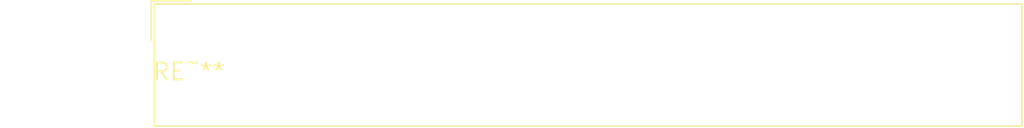
<source format=kicad_pcb>
(kicad_pcb (version 20240108) (generator pcbnew)
  (layers (0 "F.Cu" signal) (31 "B.Cu" signal) (34 "B.Paste" user) (35 "F.Paste" user) (36 "B.SilkS" user "B.Silkscreen") (37 "F.SilkS" user "F.Silkscreen") (38 "B.Mask" user) (39 "F.Mask" user) (44 "Edge.Cuts" user))
  (net 0 "")
  (footprint "Altech_AK100_1x13_P5.00mm" (layer "F.Cu") (at 0 0)
    (property "Reference" "REF**")
    (property "Value" "Altech_AK100_1x13_P5.00mm")
    (fp_line (start -2.85 -5.35) (end 0.15 -5.35) (layer "F.SilkS") (stroke (width 0.12)))
    (fp_line (start -2.85 -2.35) (end -2.85 -5.35) (layer "F.SilkS") (stroke (width 0.12)))
    (fp_line (start -2.61 -5.11) (end -2.61 4.11) (layer "F.SilkS") (stroke (width 0.12)))
    (fp_line (start -2.61 -5.11) (end 62.61 -5.11) (layer "F.SilkS") (stroke (width 0.12)))
    (fp_line (start -2.61 4.11) (end 62.61 4.11) (layer "F.SilkS") (stroke (width 0.12)))
    (fp_line (start 62.61 -5.11) (end 62.61 4.11) (layer "F.SilkS") (stroke (width 0.12)))
    (pad "1" thru_hole rect (at 0 0) (size 3 3) (drill 1.3) (layers *.Cu *.Mask) (remove_unused_layers))
    (pad "2" thru_hole circle (at 5 0) (size 3 3) (drill 1.3) (layers *.Cu *.Mask) (remove_unused_layers))
    (pad "3" thru_hole circle (at 10 0) (size 3 3) (drill 1.3) (layers *.Cu *.Mask) (remove_unused_layers))
    (pad "4" thru_hole circle (at 15 0) (size 3 3) (drill 1.3) (layers *.Cu *.Mask) (remove_unused_layers))
    (pad "5" thru_hole circle (at 20 0) (size 3 3) (drill 1.3) (layers *.Cu *.Mask) (remove_unused_layers))
    (pad "6" thru_hole circle (at 25 0) (size 3 3) (drill 1.3) (layers *.Cu *.Mask) (remove_unused_layers))
    (pad "7" thru_hole circle (at 30 0) (size 3 3) (drill 1.3) (layers *.Cu *.Mask) (remove_unused_layers))
    (pad "8" thru_hole circle (at 35 0) (size 3 3) (drill 1.3) (layers *.Cu *.Mask) (remove_unused_layers))
    (pad "9" thru_hole circle (at 40 0) (size 3 3) (drill 1.3) (layers *.Cu *.Mask) (remove_unused_layers))
    (pad "10" thru_hole circle (at 45 0) (size 3 3) (drill 1.3) (layers *.Cu *.Mask) (remove_unused_layers))
    (pad "11" thru_hole circle (at 50 0) (size 3 3) (drill 1.3) (layers *.Cu *.Mask) (remove_unused_layers))
    (pad "12" thru_hole circle (at 55 0) (size 3 3) (drill 1.3) (layers *.Cu *.Mask) (remove_unused_layers))
    (pad "13" thru_hole circle (at 60 0) (size 3 3) (drill 1.3) (layers *.Cu *.Mask) (remove_unused_layers))
  )
)
</source>
